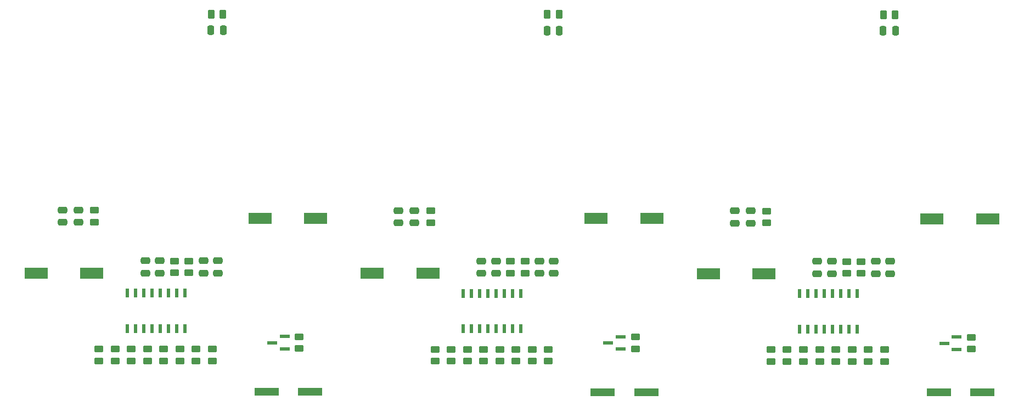
<source format=gtp>
%TF.GenerationSoftware,KiCad,Pcbnew,8.0.2*%
%TF.CreationDate,2025-05-03T05:30:05-04:00*%
%TF.ProjectId,piezo_nanopositioner_v1,7069657a-6f5f-46e6-916e-6f706f736974,rev?*%
%TF.SameCoordinates,Original*%
%TF.FileFunction,Paste,Top*%
%TF.FilePolarity,Positive*%
%FSLAX46Y46*%
G04 Gerber Fmt 4.6, Leading zero omitted, Abs format (unit mm)*
G04 Created by KiCad (PCBNEW 8.0.2) date 2025-05-03 05:30:05*
%MOMM*%
%LPD*%
G01*
G04 APERTURE LIST*
G04 Aperture macros list*
%AMRoundRect*
0 Rectangle with rounded corners*
0 $1 Rounding radius*
0 $2 $3 $4 $5 $6 $7 $8 $9 X,Y pos of 4 corners*
0 Add a 4 corners polygon primitive as box body*
4,1,4,$2,$3,$4,$5,$6,$7,$8,$9,$2,$3,0*
0 Add four circle primitives for the rounded corners*
1,1,$1+$1,$2,$3*
1,1,$1+$1,$4,$5*
1,1,$1+$1,$6,$7*
1,1,$1+$1,$8,$9*
0 Add four rect primitives between the rounded corners*
20,1,$1+$1,$2,$3,$4,$5,0*
20,1,$1+$1,$4,$5,$6,$7,0*
20,1,$1+$1,$6,$7,$8,$9,0*
20,1,$1+$1,$8,$9,$2,$3,0*%
G04 Aperture macros list end*
%ADD10RoundRect,0.250000X0.450000X-0.262500X0.450000X0.262500X-0.450000X0.262500X-0.450000X-0.262500X0*%
%ADD11RoundRect,0.250000X0.475000X-0.250000X0.475000X0.250000X-0.475000X0.250000X-0.475000X-0.250000X0*%
%ADD12RoundRect,0.250000X-0.475000X0.250000X-0.475000X-0.250000X0.475000X-0.250000X0.475000X0.250000X0*%
%ADD13R,0.558800X1.447800*%
%ADD14R,1.500000X0.599999*%
%ADD15RoundRect,0.250000X-0.450000X0.262500X-0.450000X-0.262500X0.450000X-0.262500X0.450000X0.262500X0*%
%ADD16R,3.810000X1.168400*%
%ADD17R,3.606800X1.803400*%
%ADD18RoundRect,0.250000X0.250000X0.475000X-0.250000X0.475000X-0.250000X-0.475000X0.250000X-0.475000X0*%
%ADD19RoundRect,0.250000X-0.262500X-0.450000X0.262500X-0.450000X0.262500X0.450000X-0.262500X0.450000X0*%
G04 APERTURE END LIST*
D10*
%TO.C,R203*%
X93020000Y-101590000D03*
X93020000Y-99765000D03*
%TD*%
D11*
%TO.C,C407*%
X188570000Y-80340000D03*
X188570000Y-78440000D03*
%TD*%
D12*
%TO.C,C203*%
X95170000Y-86140000D03*
X95170000Y-88040000D03*
%TD*%
%TO.C,C404*%
X207870000Y-86240000D03*
X207870000Y-88140000D03*
%TD*%
%TO.C,C403*%
X198870000Y-86240000D03*
X198870000Y-88140000D03*
%TD*%
D10*
%TO.C,R402*%
X194220000Y-101690000D03*
X194220000Y-99865000D03*
%TD*%
%TO.C,R207*%
X103020000Y-101590000D03*
X103020000Y-99765000D03*
%TD*%
D13*
%TO.C,U202*%
X101290000Y-91129000D03*
X100020000Y-91129000D03*
X98750000Y-91129000D03*
X97480000Y-91129000D03*
X96210000Y-91129000D03*
X94940000Y-91129000D03*
X93670000Y-91129000D03*
X92400000Y-91129000D03*
X92400000Y-96590000D03*
X93670000Y-96590000D03*
X94940000Y-96590000D03*
X96210000Y-96590000D03*
X97480000Y-96590000D03*
X98750000Y-96590000D03*
X100020000Y-96590000D03*
X101290000Y-96590000D03*
%TD*%
D11*
%TO.C,C207*%
X84870000Y-80240000D03*
X84870000Y-78340000D03*
%TD*%
D14*
%TO.C,U401*%
X220370000Y-99839999D03*
X220370000Y-97940000D03*
X218470001Y-98889998D03*
%TD*%
D15*
%TO.C,R209*%
X118920001Y-97877498D03*
X118920001Y-99702498D03*
%TD*%
D10*
%TO.C,R302*%
X142370000Y-101640000D03*
X142370000Y-99815000D03*
%TD*%
D16*
%TO.C,C401*%
X217617200Y-106490000D03*
X224322800Y-106490000D03*
%TD*%
D11*
%TO.C,C408*%
X186120000Y-80340000D03*
X186120000Y-78440000D03*
%TD*%
D12*
%TO.C,C303*%
X147020000Y-86190000D03*
X147020000Y-88090000D03*
%TD*%
D10*
%TO.C,R407*%
X206720000Y-101690000D03*
X206720000Y-99865000D03*
%TD*%
D11*
%TO.C,C209*%
X106370000Y-88040000D03*
X106370000Y-86140000D03*
%TD*%
D10*
%TO.C,R308*%
X157370000Y-101640000D03*
X157370000Y-99815000D03*
%TD*%
%TO.C,R304*%
X147370000Y-101640000D03*
X147370000Y-99815000D03*
%TD*%
D17*
%TO.C,C306*%
X164714700Y-79640000D03*
X173325300Y-79640000D03*
%TD*%
D10*
%TO.C,R202*%
X90520000Y-101590000D03*
X90520000Y-99765000D03*
%TD*%
D18*
%TO.C,C410*%
X210908100Y-50690300D03*
X209008100Y-50690300D03*
%TD*%
%TO.C,C210*%
X107208100Y-50590300D03*
X105308100Y-50590300D03*
%TD*%
D11*
%TO.C,C202*%
X97420000Y-88040000D03*
X97420000Y-86140000D03*
%TD*%
D10*
%TO.C,R303*%
X144870000Y-101640000D03*
X144870000Y-99815000D03*
%TD*%
%TO.C,R312*%
X139220000Y-80252500D03*
X139220000Y-78427500D03*
%TD*%
%TO.C,R401*%
X191720000Y-101690000D03*
X191720000Y-99865000D03*
%TD*%
%TO.C,R301*%
X139870000Y-101640000D03*
X139870000Y-99815000D03*
%TD*%
D11*
%TO.C,C309*%
X158220000Y-88090000D03*
X158220000Y-86190000D03*
%TD*%
D10*
%TO.C,R405*%
X201720000Y-101690000D03*
X201720000Y-99865000D03*
%TD*%
%TO.C,R212*%
X87370000Y-80202500D03*
X87370000Y-78377500D03*
%TD*%
D14*
%TO.C,U301*%
X168520000Y-99789999D03*
X168520000Y-97890000D03*
X166620001Y-98839998D03*
%TD*%
D16*
%TO.C,C301*%
X165767200Y-106440000D03*
X172472800Y-106440000D03*
%TD*%
D10*
%TO.C,R307*%
X154870000Y-101640000D03*
X154870000Y-99815000D03*
%TD*%
D17*
%TO.C,C206*%
X112864700Y-79590000D03*
X121475300Y-79590000D03*
%TD*%
D11*
%TO.C,C308*%
X134270000Y-80290000D03*
X134270000Y-78390000D03*
%TD*%
D10*
%TO.C,R404*%
X199220000Y-101690000D03*
X199220000Y-99865000D03*
%TD*%
D13*
%TO.C,U402*%
X204990000Y-91229000D03*
X203720000Y-91229000D03*
X202450000Y-91229000D03*
X201180000Y-91229000D03*
X199910000Y-91229000D03*
X198640000Y-91229000D03*
X197370000Y-91229000D03*
X196100000Y-91229000D03*
X196100000Y-96690000D03*
X197370000Y-96690000D03*
X198640000Y-96690000D03*
X199910000Y-96690000D03*
X201180000Y-96690000D03*
X202450000Y-96690000D03*
X203720000Y-96690000D03*
X204990000Y-96690000D03*
%TD*%
D16*
%TO.C,C201*%
X113917200Y-106390000D03*
X120622800Y-106390000D03*
%TD*%
D10*
%TO.C,R204*%
X95520000Y-101590000D03*
X95520000Y-99765000D03*
%TD*%
%TO.C,R306*%
X152370000Y-101640000D03*
X152370000Y-99815000D03*
%TD*%
%TO.C,R403*%
X196720000Y-101690000D03*
X196720000Y-99865000D03*
%TD*%
D11*
%TO.C,C208*%
X82420000Y-80240000D03*
X82420000Y-78340000D03*
%TD*%
D10*
%TO.C,R201*%
X88020000Y-101590000D03*
X88020000Y-99765000D03*
%TD*%
D15*
%TO.C,R309*%
X170770001Y-97927498D03*
X170770001Y-99752498D03*
%TD*%
D14*
%TO.C,U201*%
X116670000Y-99739999D03*
X116670000Y-97840000D03*
X114770001Y-98789998D03*
%TD*%
D10*
%TO.C,R406*%
X204220000Y-101690000D03*
X204220000Y-99865000D03*
%TD*%
D11*
%TO.C,C402*%
X201120000Y-88140000D03*
X201120000Y-86240000D03*
%TD*%
D10*
%TO.C,R408*%
X209220000Y-101690000D03*
X209220000Y-99865000D03*
%TD*%
D11*
%TO.C,C307*%
X136720000Y-80290000D03*
X136720000Y-78390000D03*
%TD*%
D19*
%TO.C,R313*%
X157195600Y-48140300D03*
X159020600Y-48140300D03*
%TD*%
D10*
%TO.C,R410*%
X203370000Y-88102500D03*
X203370000Y-86277500D03*
%TD*%
%TO.C,R206*%
X100520000Y-101590000D03*
X100520000Y-99765000D03*
%TD*%
D15*
%TO.C,R409*%
X222620001Y-97977498D03*
X222620001Y-99802498D03*
%TD*%
D10*
%TO.C,R305*%
X149870000Y-101640000D03*
X149870000Y-99815000D03*
%TD*%
D13*
%TO.C,U302*%
X153140000Y-91179000D03*
X151870000Y-91179000D03*
X150600000Y-91179000D03*
X149330000Y-91179000D03*
X148060000Y-91179000D03*
X146790000Y-91179000D03*
X145520000Y-91179000D03*
X144250000Y-91179000D03*
X144250000Y-96640000D03*
X145520000Y-96640000D03*
X146790000Y-96640000D03*
X148060000Y-96640000D03*
X149330000Y-96640000D03*
X150600000Y-96640000D03*
X151870000Y-96640000D03*
X153140000Y-96640000D03*
%TD*%
D17*
%TO.C,C405*%
X190644050Y-88140000D03*
X182033450Y-88140000D03*
%TD*%
D19*
%TO.C,R413*%
X209045600Y-48190300D03*
X210870600Y-48190300D03*
%TD*%
D10*
%TO.C,R311*%
X153770000Y-88052500D03*
X153770000Y-86227500D03*
%TD*%
D18*
%TO.C,C310*%
X159058100Y-50640300D03*
X157158100Y-50640300D03*
%TD*%
D10*
%TO.C,R208*%
X105520000Y-101590000D03*
X105520000Y-99765000D03*
%TD*%
D12*
%TO.C,C304*%
X156020000Y-86190000D03*
X156020000Y-88090000D03*
%TD*%
D10*
%TO.C,R211*%
X101920000Y-88002500D03*
X101920000Y-86177500D03*
%TD*%
D12*
%TO.C,C204*%
X104170000Y-86140000D03*
X104170000Y-88040000D03*
%TD*%
D10*
%TO.C,R210*%
X99670000Y-88002500D03*
X99670000Y-86177500D03*
%TD*%
D11*
%TO.C,C409*%
X210070000Y-88140000D03*
X210070000Y-86240000D03*
%TD*%
D10*
%TO.C,R310*%
X151520000Y-88052500D03*
X151520000Y-86227500D03*
%TD*%
D19*
%TO.C,R213*%
X105345600Y-48090300D03*
X107170600Y-48090300D03*
%TD*%
D10*
%TO.C,R205*%
X98020000Y-101590000D03*
X98020000Y-99765000D03*
%TD*%
D11*
%TO.C,C302*%
X149270000Y-88090000D03*
X149270000Y-86190000D03*
%TD*%
D17*
%TO.C,C305*%
X138794050Y-88090000D03*
X130183450Y-88090000D03*
%TD*%
D10*
%TO.C,R411*%
X205620000Y-88102500D03*
X205620000Y-86277500D03*
%TD*%
D17*
%TO.C,C406*%
X216564700Y-79690000D03*
X225175300Y-79690000D03*
%TD*%
%TO.C,C205*%
X86944050Y-88040000D03*
X78333450Y-88040000D03*
%TD*%
D10*
%TO.C,R412*%
X191070000Y-80302500D03*
X191070000Y-78477500D03*
%TD*%
M02*

</source>
